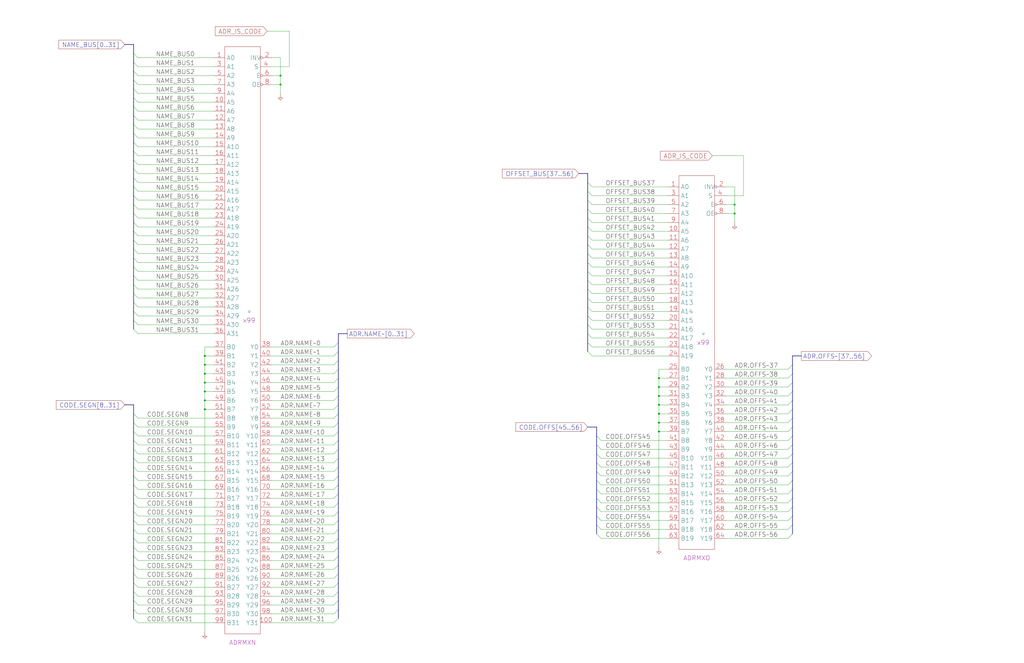
<source format=kicad_sch>
(kicad_sch (version 20220404) (generator eeschema)
  (paper "User" 584.2 378.46)
  (title_block (title "MEMORY ADDRESS MUX") (date "22-MAY-90") (rev "1.0") (comment 1 "SEQUENCER") (comment 2 "232-003064") (comment 3 "S400") (comment 4 "RELEASED"))
  (lib_symbols
    (symbol "r1000:PD" (power) (pin_numbers hide) (pin_names hide) (in_bom no)
      (symbol "PD_0_1"
        (polyline (pts (xy 0 -2.54) (xy 1.27 -2.54) (xy 0 -3.81) (xy -1.27 -2.54) (xy 0 -2.54)) (stroke (width 0.1524)))
      )
      (symbol "PD_1_1"
        (pin power_in line (at 0 0 270) (length 2.54) (name "PD") (number "1"))
      )
    )
    (symbol "r1000:XMUX20" (pin_names (offset 1.016))
      (property "Reference" "U" (at 2.54 5.08 0))
      (property "Value" "XMUX20" (at -6.35 -116.84 0))
      (property "Location" "___" (at -1.27 0 0))
      (property "Name" "______" (at -1.27 -124.46 0))
      (symbol "XMUX20_1_1"
        (rectangle (start -11.43 95.25) (end 8.89 -118.11))
        (circle (center 9.525 73.66) (radius 0.635))
        (circle (center 9.525 78.74) (radius 0.635))
        (circle (center 9.525 88.9) (radius 0.635))
        (pin input line (at -17.78 88.9 0) (length 6.35) (name "A0") (number "1"))
        (pin input line (at -17.78 63.5 0) (length 6.35) (name "A5") (number "10"))
        (pin input line (at -17.78 58.42 0) (length 6.35) (name "A6") (number "11"))
        (pin input line (at -17.78 53.34 0) (length 6.35) (name "A7") (number "12"))
        (pin input line (at -17.78 48.26 0) (length 6.35) (name "A8") (number "13"))
        (pin input line (at -17.78 43.18 0) (length 6.35) (name "A9") (number "14"))
        (pin input line (at -17.78 38.1 0) (length 6.35) (name "A10") (number "15"))
        (pin input line (at -17.78 33.02 0) (length 6.35) (name "A11") (number "16"))
        (pin input line (at -17.78 27.94 0) (length 6.35) (name "A12") (number "17"))
        (pin input line (at -17.78 22.86 0) (length 6.35) (name "A13") (number "18"))
        (pin input line (at -17.78 17.78 0) (length 6.35) (name "A14") (number "19"))
        (pin input line (at 15.24 88.9 180) (length 5.08) (name "INV") (number "2"))
        (pin input line (at -17.78 12.7 0) (length 6.35) (name "A15") (number "20"))
        (pin input line (at -17.78 7.62 0) (length 6.35) (name "A16") (number "21"))
        (pin input line (at -17.78 2.54 0) (length 6.35) (name "A17") (number "22"))
        (pin input line (at -17.78 -2.54 0) (length 6.35) (name "A18") (number "23"))
        (pin input line (at -17.78 -7.62 0) (length 6.35) (name "A19") (number "24"))
        (pin input line (at -17.78 -15.24 0) (length 6.35) (name "B0") (number "25"))
        (pin tri_state line (at 15.24 -15.24 180) (length 6.35) (name "Y0") (number "26"))
        (pin input line (at -17.78 -20.32 0) (length 6.35) (name "B1") (number "27"))
        (pin tri_state line (at 15.24 -20.32 180) (length 6.35) (name "Y1") (number "28"))
        (pin input line (at -17.78 -25.4 0) (length 6.35) (name "B2") (number "29"))
        (pin input line (at -17.78 83.82 0) (length 6.35) (name "A1") (number "3"))
        (pin tri_state line (at 15.24 -25.4 180) (length 6.35) (name "Y2") (number "30"))
        (pin input line (at -17.78 -30.48 0) (length 6.35) (name "B3") (number "31"))
        (pin tri_state line (at 15.24 -30.48 180) (length 6.35) (name "Y3") (number "32"))
        (pin input line (at -17.78 -35.56 0) (length 6.35) (name "B4") (number "33"))
        (pin tri_state line (at 15.24 -35.56 180) (length 6.35) (name "Y4") (number "34"))
        (pin input line (at -17.78 -40.64 0) (length 6.35) (name "B5") (number "35"))
        (pin tri_state line (at 15.24 -40.64 180) (length 6.35) (name "Y5") (number "36"))
        (pin input line (at -17.78 -45.72 0) (length 6.35) (name "B6") (number "37"))
        (pin tri_state line (at 15.24 -45.72 180) (length 6.35) (name "Y6") (number "38"))
        (pin input line (at -17.78 -50.8 0) (length 6.35) (name "B7") (number "39"))
        (pin input line (at 15.24 83.82 180) (length 6.35) (name "S") (number "4"))
        (pin tri_state line (at 15.24 -50.8 180) (length 6.35) (name "Y7") (number "40"))
        (pin input line (at -17.78 -55.88 0) (length 6.35) (name "B8") (number "41"))
        (pin tri_state line (at 15.24 -55.88 180) (length 6.35) (name "Y8") (number "42"))
        (pin input line (at -17.78 -60.96 0) (length 6.35) (name "B9") (number "43"))
        (pin tri_state line (at 15.24 -60.96 180) (length 6.35) (name "Y9") (number "44"))
        (pin input line (at -17.78 -66.04 0) (length 6.35) (name "B10") (number "45"))
        (pin tri_state line (at 15.24 -66.04 180) (length 6.35) (name "Y10") (number "46"))
        (pin input line (at -17.78 -71.12 0) (length 6.35) (name "B11") (number "47"))
        (pin tri_state line (at 15.24 -71.12 180) (length 6.35) (name "Y11") (number "48"))
        (pin input line (at -17.78 -76.2 0) (length 6.35) (name "B12") (number "49"))
        (pin input line (at -17.78 78.74 0) (length 6.35) (name "A2") (number "5"))
        (pin tri_state line (at 15.24 -76.2 180) (length 6.35) (name "Y12") (number "50"))
        (pin input line (at -17.78 -81.28 0) (length 6.35) (name "B13") (number "51"))
        (pin tri_state line (at 15.24 -81.28 180) (length 6.35) (name "Y13") (number "52"))
        (pin input line (at -17.78 -86.36 0) (length 6.35) (name "B14") (number "53"))
        (pin tri_state line (at 15.24 -86.36 180) (length 6.35) (name "Y14") (number "54"))
        (pin input line (at -17.78 -91.44 0) (length 6.35) (name "B15") (number "55"))
        (pin tri_state line (at 15.24 -91.44 180) (length 6.35) (name "Y15") (number "56"))
        (pin input line (at -17.78 -96.52 0) (length 6.35) (name "B16") (number "57"))
        (pin tri_state line (at 15.24 -96.52 180) (length 6.35) (name "Y16") (number "58"))
        (pin input line (at -17.78 -101.6 0) (length 6.35) (name "B17") (number "59"))
        (pin input line (at 15.24 78.74 180) (length 5.08) (name "E") (number "6"))
        (pin tri_state line (at 15.24 -101.6 180) (length 6.35) (name "Y17") (number "60"))
        (pin input line (at -17.78 -106.68 0) (length 6.35) (name "B18") (number "61"))
        (pin tri_state line (at 15.24 -106.68 180) (length 6.35) (name "Y18") (number "62"))
        (pin input line (at -17.78 -111.76 0) (length 6.35) (name "B19") (number "63"))
        (pin tri_state line (at 15.24 -111.76 180) (length 6.35) (name "Y19") (number "64"))
        (pin input line (at -17.78 73.66 0) (length 6.35) (name "A3") (number "7"))
        (pin input line (at 15.24 73.66 180) (length 5.08) (name "OE") (number "8"))
        (pin input line (at -17.78 68.58 0) (length 6.35) (name "A4") (number "9"))
      )
    )
    (symbol "r1000:XMUX32" (pin_names (offset 1.016))
      (property "Reference" "U" (at 2.54 5.08 0))
      (property "Value" "XMUX32" (at -6.35 -177.8 0))
      (property "Location" "___" (at -1.27 0 0))
      (property "Name" "______" (at -1.27 -185.42 0))
      (symbol "XMUX32_1_1"
        (rectangle (start -11.43 156.21) (end 8.89 -179.07))
        (circle (center 9.525 134.62) (radius 0.635))
        (circle (center 9.525 139.7) (radius 0.635))
        (circle (center 9.525 149.86) (radius 0.635))
        (pin input line (at -17.78 149.86 0) (length 6.35) (name "A0") (number "1"))
        (pin input line (at -17.78 124.46 0) (length 6.35) (name "A5") (number "10"))
        (pin tri_state line (at 15.24 -172.72 180) (length 6.35) (name "Y31") (number "100"))
        (pin input line (at -17.78 119.38 0) (length 6.35) (name "A6") (number "11"))
        (pin input line (at -17.78 114.3 0) (length 6.35) (name "A7") (number "12"))
        (pin input line (at -17.78 109.22 0) (length 6.35) (name "A8") (number "13"))
        (pin input line (at -17.78 104.14 0) (length 6.35) (name "A9") (number "14"))
        (pin input line (at -17.78 99.06 0) (length 6.35) (name "A10") (number "15"))
        (pin input line (at -17.78 93.98 0) (length 6.35) (name "A11") (number "16"))
        (pin input line (at -17.78 88.9 0) (length 6.35) (name "A12") (number "17"))
        (pin input line (at -17.78 83.82 0) (length 6.35) (name "A13") (number "18"))
        (pin input line (at -17.78 78.74 0) (length 6.35) (name "A14") (number "19"))
        (pin input line (at 15.24 149.86 180) (length 5.08) (name "INV") (number "2"))
        (pin input line (at -17.78 73.66 0) (length 6.35) (name "A15") (number "20"))
        (pin input line (at -17.78 68.58 0) (length 6.35) (name "A16") (number "21"))
        (pin input line (at -17.78 63.5 0) (length 6.35) (name "A17") (number "22"))
        (pin input line (at -17.78 58.42 0) (length 6.35) (name "A18") (number "23"))
        (pin input line (at -17.78 53.34 0) (length 6.35) (name "A19") (number "24"))
        (pin input line (at -17.78 48.26 0) (length 6.35) (name "A20") (number "25"))
        (pin input line (at -17.78 43.18 0) (length 6.35) (name "A21") (number "26"))
        (pin input line (at -17.78 38.1 0) (length 6.35) (name "A22") (number "27"))
        (pin input line (at -17.78 33.02 0) (length 6.35) (name "A23") (number "28"))
        (pin input line (at -17.78 27.94 0) (length 6.35) (name "A24") (number "29"))
        (pin input line (at -17.78 144.78 0) (length 6.35) (name "A1") (number "3"))
        (pin input line (at -17.78 22.86 0) (length 6.35) (name "A25") (number "30"))
        (pin input line (at -17.78 17.78 0) (length 6.35) (name "A26") (number "31"))
        (pin input line (at -17.78 12.7 0) (length 6.35) (name "A27") (number "32"))
        (pin input line (at -17.78 7.62 0) (length 6.35) (name "A28") (number "33"))
        (pin input line (at -17.78 2.54 0) (length 6.35) (name "A29") (number "34"))
        (pin input line (at -17.78 -2.54 0) (length 6.35) (name "A30") (number "35"))
        (pin input line (at -17.78 -7.62 0) (length 6.35) (name "A31") (number "36"))
        (pin input line (at -17.78 -15.24 0) (length 6.35) (name "B0") (number "37"))
        (pin tri_state line (at 15.24 -15.24 180) (length 6.35) (name "Y0") (number "38"))
        (pin input line (at -17.78 -20.32 0) (length 6.35) (name "B1") (number "39"))
        (pin input line (at 15.24 144.78 180) (length 6.35) (name "S") (number "4"))
        (pin tri_state line (at 15.24 -20.32 180) (length 6.35) (name "Y1") (number "40"))
        (pin input line (at -17.78 -25.4 0) (length 6.35) (name "B2") (number "41"))
        (pin tri_state line (at 15.24 -25.4 180) (length 6.35) (name "Y2") (number "42"))
        (pin input line (at -17.78 -30.48 0) (length 6.35) (name "B3") (number "43"))
        (pin tri_state line (at 15.24 -30.48 180) (length 6.35) (name "Y3") (number "44"))
        (pin input line (at -17.78 -35.56 0) (length 6.35) (name "B4") (number "45"))
        (pin tri_state line (at 15.24 -35.56 180) (length 6.35) (name "Y4") (number "46"))
        (pin input line (at -17.78 -40.64 0) (length 6.35) (name "B5") (number "47"))
        (pin tri_state line (at 15.24 -40.64 180) (length 6.35) (name "Y5") (number "48"))
        (pin input line (at -17.78 -45.72 0) (length 6.35) (name "B6") (number "49"))
        (pin input line (at -17.78 139.7 0) (length 6.35) (name "A2") (number "5"))
        (pin tri_state line (at 15.24 -45.72 180) (length 6.35) (name "Y6") (number "50"))
        (pin input line (at -17.78 -50.8 0) (length 6.35) (name "B7") (number "51"))
        (pin tri_state line (at 15.24 -50.8 180) (length 6.35) (name "Y7") (number "52"))
        (pin input line (at -17.78 -55.88 0) (length 6.35) (name "B8") (number "53"))
        (pin tri_state line (at 15.24 -55.88 180) (length 6.35) (name "Y8") (number "54"))
        (pin input line (at -17.78 -60.96 0) (length 6.35) (name "B9") (number "55"))
        (pin tri_state line (at 15.24 -60.96 180) (length 6.35) (name "Y9") (number "56"))
        (pin input line (at -17.78 -66.04 0) (length 6.35) (name "B10") (number "57"))
        (pin tri_state line (at 15.24 -66.04 180) (length 6.35) (name "Y10") (number "58"))
        (pin input line (at -17.78 -71.12 0) (length 6.35) (name "B11") (number "59"))
        (pin input line (at 15.24 139.7 180) (length 5.08) (name "E") (number "6"))
        (pin tri_state line (at 15.24 -71.12 180) (length 6.35) (name "Y11") (number "60"))
        (pin input line (at -17.78 -76.2 0) (length 6.35) (name "B12") (number "61"))
        (pin tri_state line (at 15.24 -76.2 180) (length 6.35) (name "Y12") (number "62"))
        (pin input line (at -17.78 -81.28 0) (length 6.35) (name "B13") (number "63"))
        (pin tri_state line (at 15.24 -81.28 180) (length 6.35) (name "Y13") (number "64"))
        (pin input line (at -17.78 -86.36 0) (length 6.35) (name "B14") (number "65"))
        (pin tri_state line (at 15.24 -86.36 180) (length 6.35) (name "Y14") (number "66"))
        (pin input line (at -17.78 -91.44 0) (length 6.35) (name "B15") (number "67"))
        (pin tri_state line (at 15.24 -91.44 180) (length 6.35) (name "Y15") (number "68"))
        (pin input line (at -17.78 -96.52 0) (length 6.35) (name "B16") (number "69"))
        (pin input line (at -17.78 134.62 0) (length 6.35) (name "A3") (number "7"))
        (pin tri_state line (at 15.24 -96.52 180) (length 6.35) (name "Y16") (number "70"))
        (pin input line (at -17.78 -101.6 0) (length 6.35) (name "B17") (number "71"))
        (pin tri_state line (at 15.24 -101.6 180) (length 6.35) (name "Y17") (number "72"))
        (pin input line (at -17.78 -106.68 0) (length 6.35) (name "B18") (number "73"))
        (pin tri_state line (at 15.24 -106.68 180) (length 6.35) (name "Y18") (number "74"))
        (pin input line (at -17.78 -111.76 0) (length 6.35) (name "B19") (number "75"))
        (pin tri_state line (at 15.24 -111.76 180) (length 6.35) (name "Y19") (number "76"))
        (pin input line (at -17.78 -116.84 0) (length 6.35) (name "B20") (number "77"))
        (pin tri_state line (at 15.24 -116.84 180) (length 6.35) (name "Y20") (number "78"))
        (pin input line (at -17.78 -121.92 0) (length 6.35) (name "B21") (number "79"))
        (pin input line (at 15.24 134.62 180) (length 5.08) (name "OE") (number "8"))
        (pin tri_state line (at 15.24 -121.92 180) (length 6.35) (name "Y21") (number "80"))
        (pin input line (at -17.78 -127 0) (length 6.35) (name "B22") (number "81"))
        (pin tri_state line (at 15.24 -127 180) (length 6.35) (name "Y22") (number "82"))
        (pin input line (at -17.78 -132.08 0) (length 6.35) (name "B23") (number "83"))
        (pin tri_state line (at 15.24 -132.08 180) (length 6.35) (name "Y23") (number "84"))
        (pin input line (at -17.78 -137.16 0) (length 6.35) (name "B24") (number "85"))
        (pin tri_state line (at 15.24 -137.16 180) (length 6.35) (name "Y24") (number "86"))
        (pin input line (at -17.78 -142.24 0) (length 6.35) (name "B25") (number "87"))
        (pin tri_state line (at 15.24 -142.24 180) (length 6.35) (name "Y25") (number "88"))
        (pin input line (at -17.78 -147.32 0) (length 6.35) (name "B26") (number "89"))
        (pin input line (at -17.78 129.54 0) (length 6.35) (name "A4") (number "9"))
        (pin tri_state line (at 15.24 -147.32 180) (length 6.35) (name "Y26") (number "90"))
        (pin input line (at -17.78 -152.4 0) (length 6.35) (name "B27") (number "91"))
        (pin tri_state line (at 15.24 -152.4 180) (length 6.35) (name "Y27") (number "92"))
        (pin input line (at -17.78 -157.48 0) (length 6.35) (name "B28") (number "93"))
        (pin tri_state line (at 15.24 -157.48 180) (length 6.35) (name "Y28") (number "94"))
        (pin input line (at -17.78 -162.56 0) (length 6.35) (name "B29") (number "95"))
        (pin tri_state line (at 15.24 -162.56 180) (length 6.35) (name "Y29") (number "96"))
        (pin input line (at -17.78 -167.64 0) (length 6.35) (name "B30") (number "97"))
        (pin tri_state line (at 15.24 -167.64 180) (length 6.35) (name "Y30") (number "98"))
        (pin input line (at -17.78 -172.72 0) (length 6.35) (name "B31") (number "99"))
      )
    )
  )
  (junction (at 116.84 203.2))
  (junction (at 160.02 48.26))
  (junction (at 116.84 213.36))
  (junction (at 375.92 215.9))
  (junction (at 116.84 228.6))
  (junction (at 419.1 116.84))
  (junction (at 116.84 223.52))
  (junction (at 375.92 231.14))
  (junction (at 375.92 226.06))
  (junction (at 116.84 233.68))
  (junction (at 375.92 241.3))
  (junction (at 419.1 121.92))
  (junction (at 375.92 220.98))
  (junction (at 160.02 43.18))
  (junction (at 375.92 246.38))
  (junction (at 116.84 208.28))
  (junction (at 375.92 236.22))
  (junction (at 116.84 218.44))
  (bus_entry (at 335.28 104.14) (size 2.54 2.54))
  (bus_entry (at 452.12 284.48) (size -2.54 2.54))
  (bus_entry (at 76.2 317.5) (size 2.54 2.54))
  (bus_entry (at 76.2 30.48) (size 2.54 2.54))
  (bus_entry (at 193.04 261.62) (size -2.54 2.54))
  (bus_entry (at 340.36 274.32) (size 2.54 2.54))
  (bus_entry (at 335.28 129.54) (size 2.54 2.54))
  (bus_entry (at 76.2 182.88) (size 2.54 2.54))
  (bus_entry (at 76.2 287.02) (size 2.54 2.54))
  (bus_entry (at 335.28 190.5) (size 2.54 2.54))
  (bus_entry (at 76.2 246.38) (size 2.54 2.54))
  (bus_entry (at 76.2 337.82) (size 2.54 2.54))
  (bus_entry (at 76.2 312.42) (size 2.54 2.54))
  (bus_entry (at 340.36 284.48) (size 2.54 2.54))
  (bus_entry (at 76.2 132.08) (size 2.54 2.54))
  (bus_entry (at 193.04 276.86) (size -2.54 2.54))
  (bus_entry (at 76.2 347.98) (size 2.54 2.54))
  (bus_entry (at 452.12 279.4) (size -2.54 2.54))
  (bus_entry (at 340.36 259.08) (size 2.54 2.54))
  (bus_entry (at 193.04 215.9) (size -2.54 2.54))
  (bus_entry (at 340.36 248.92) (size 2.54 2.54))
  (bus_entry (at 76.2 276.86) (size 2.54 2.54))
  (bus_entry (at 452.12 213.36) (size -2.54 2.54))
  (bus_entry (at 452.12 299.72) (size -2.54 2.54))
  (bus_entry (at 193.04 317.5) (size -2.54 2.54))
  (bus_entry (at 193.04 210.82) (size -2.54 2.54))
  (bus_entry (at 193.04 342.9) (size -2.54 2.54))
  (bus_entry (at 452.12 208.28) (size -2.54 2.54))
  (bus_entry (at 76.2 172.72) (size 2.54 2.54))
  (bus_entry (at 335.28 160.02) (size 2.54 2.54))
  (bus_entry (at 76.2 177.8) (size 2.54 2.54))
  (bus_entry (at 193.04 266.7) (size -2.54 2.54))
  (bus_entry (at 193.04 251.46) (size -2.54 2.54))
  (bus_entry (at 452.12 223.52) (size -2.54 2.54))
  (bus_entry (at 335.28 139.7) (size 2.54 2.54))
  (bus_entry (at 335.28 144.78) (size 2.54 2.54))
  (bus_entry (at 76.2 327.66) (size 2.54 2.54))
  (bus_entry (at 335.28 200.66) (size 2.54 2.54))
  (bus_entry (at 193.04 307.34) (size -2.54 2.54))
  (bus_entry (at 76.2 71.12) (size 2.54 2.54))
  (bus_entry (at 193.04 332.74) (size -2.54 2.54))
  (bus_entry (at 193.04 302.26) (size -2.54 2.54))
  (bus_entry (at 452.12 294.64) (size -2.54 2.54))
  (bus_entry (at 193.04 347.98) (size -2.54 2.54))
  (bus_entry (at 76.2 81.28) (size 2.54 2.54))
  (bus_entry (at 76.2 297.18) (size 2.54 2.54))
  (bus_entry (at 76.2 121.92) (size 2.54 2.54))
  (bus_entry (at 452.12 259.08) (size -2.54 2.54))
  (bus_entry (at 193.04 200.66) (size -2.54 2.54))
  (bus_entry (at 76.2 251.46) (size 2.54 2.54))
  (bus_entry (at 76.2 66.04) (size 2.54 2.54))
  (bus_entry (at 193.04 271.78) (size -2.54 2.54))
  (bus_entry (at 335.28 165.1) (size 2.54 2.54))
  (bus_entry (at 452.12 254) (size -2.54 2.54))
  (bus_entry (at 76.2 55.88) (size 2.54 2.54))
  (bus_entry (at 76.2 76.2) (size 2.54 2.54))
  (bus_entry (at 452.12 264.16) (size -2.54 2.54))
  (bus_entry (at 76.2 116.84) (size 2.54 2.54))
  (bus_entry (at 76.2 91.44) (size 2.54 2.54))
  (bus_entry (at 452.12 218.44) (size -2.54 2.54))
  (bus_entry (at 76.2 127) (size 2.54 2.54))
  (bus_entry (at 76.2 96.52) (size 2.54 2.54))
  (bus_entry (at 76.2 40.64) (size 2.54 2.54))
  (bus_entry (at 76.2 256.54) (size 2.54 2.54))
  (bus_entry (at 76.2 187.96) (size 2.54 2.54))
  (bus_entry (at 340.36 269.24) (size 2.54 2.54))
  (bus_entry (at 340.36 254) (size 2.54 2.54))
  (bus_entry (at 335.28 154.94) (size 2.54 2.54))
  (bus_entry (at 76.2 152.4) (size 2.54 2.54))
  (bus_entry (at 193.04 337.82) (size -2.54 2.54))
  (bus_entry (at 76.2 137.16) (size 2.54 2.54))
  (bus_entry (at 452.12 243.84) (size -2.54 2.54))
  (bus_entry (at 193.04 236.22) (size -2.54 2.54))
  (bus_entry (at 76.2 147.32) (size 2.54 2.54))
  (bus_entry (at 452.12 248.92) (size -2.54 2.54))
  (bus_entry (at 193.04 246.38) (size -2.54 2.54))
  (bus_entry (at 76.2 162.56) (size 2.54 2.54))
  (bus_entry (at 340.36 304.8) (size 2.54 2.54))
  (bus_entry (at 452.12 228.6) (size -2.54 2.54))
  (bus_entry (at 335.28 170.18) (size 2.54 2.54))
  (bus_entry (at 76.2 266.7) (size 2.54 2.54))
  (bus_entry (at 452.12 269.24) (size -2.54 2.54))
  (bus_entry (at 76.2 111.76) (size 2.54 2.54))
  (bus_entry (at 76.2 167.64) (size 2.54 2.54))
  (bus_entry (at 76.2 45.72) (size 2.54 2.54))
  (bus_entry (at 193.04 231.14) (size -2.54 2.54))
  (bus_entry (at 193.04 241.3) (size -2.54 2.54))
  (bus_entry (at 76.2 236.22) (size 2.54 2.54))
  (bus_entry (at 335.28 185.42) (size 2.54 2.54))
  (bus_entry (at 452.12 238.76) (size -2.54 2.54))
  (bus_entry (at 193.04 287.02) (size -2.54 2.54))
  (bus_entry (at 76.2 302.26) (size 2.54 2.54))
  (bus_entry (at 335.28 180.34) (size 2.54 2.54))
  (bus_entry (at 76.2 86.36) (size 2.54 2.54))
  (bus_entry (at 340.36 279.4) (size 2.54 2.54))
  (bus_entry (at 340.36 294.64) (size 2.54 2.54))
  (bus_entry (at 76.2 322.58) (size 2.54 2.54))
  (bus_entry (at 452.12 304.8) (size -2.54 2.54))
  (bus_entry (at 76.2 261.62) (size 2.54 2.54))
  (bus_entry (at 340.36 299.72) (size 2.54 2.54))
  (bus_entry (at 452.12 233.68) (size -2.54 2.54))
  (bus_entry (at 335.28 195.58) (size 2.54 2.54))
  (bus_entry (at 193.04 226.06) (size -2.54 2.54))
  (bus_entry (at 76.2 106.68) (size 2.54 2.54))
  (bus_entry (at 193.04 205.74) (size -2.54 2.54))
  (bus_entry (at 76.2 60.96) (size 2.54 2.54))
  (bus_entry (at 76.2 271.78) (size 2.54 2.54))
  (bus_entry (at 76.2 281.94) (size 2.54 2.54))
  (bus_entry (at 76.2 342.9) (size 2.54 2.54))
  (bus_entry (at 76.2 307.34) (size 2.54 2.54))
  (bus_entry (at 76.2 241.3) (size 2.54 2.54))
  (bus_entry (at 335.28 114.3) (size 2.54 2.54))
  (bus_entry (at 335.28 119.38) (size 2.54 2.54))
  (bus_entry (at 340.36 264.16) (size 2.54 2.54))
  (bus_entry (at 193.04 220.98) (size -2.54 2.54))
  (bus_entry (at 452.12 289.56) (size -2.54 2.54))
  (bus_entry (at 193.04 353.06) (size -2.54 2.54))
  (bus_entry (at 76.2 157.48) (size 2.54 2.54))
  (bus_entry (at 193.04 195.58) (size -2.54 2.54))
  (bus_entry (at 335.28 134.62) (size 2.54 2.54))
  (bus_entry (at 452.12 274.32) (size -2.54 2.54))
  (bus_entry (at 335.28 175.26) (size 2.54 2.54))
  (bus_entry (at 76.2 35.56) (size 2.54 2.54))
  (bus_entry (at 76.2 142.24) (size 2.54 2.54))
  (bus_entry (at 76.2 50.8) (size 2.54 2.54))
  (bus_entry (at 193.04 312.42) (size -2.54 2.54))
  (bus_entry (at 76.2 292.1) (size 2.54 2.54))
  (bus_entry (at 335.28 109.22) (size 2.54 2.54))
  (bus_entry (at 335.28 149.86) (size 2.54 2.54))
  (bus_entry (at 76.2 332.74) (size 2.54 2.54))
  (bus_entry (at 193.04 292.1) (size -2.54 2.54))
  (bus_entry (at 76.2 353.06) (size 2.54 2.54))
  (bus_entry (at 340.36 289.56) (size 2.54 2.54))
  (bus_entry (at 193.04 281.94) (size -2.54 2.54))
  (bus_entry (at 193.04 327.66) (size -2.54 2.54))
  (bus_entry (at 335.28 124.46) (size 2.54 2.54))
  (bus_entry (at 193.04 256.54) (size -2.54 2.54))
  (bus_entry (at 193.04 297.18) (size -2.54 2.54))
  (bus_entry (at 76.2 101.6) (size 2.54 2.54))
  (bus_entry (at 193.04 322.58) (size -2.54 2.54))
  (wire (pts (xy 342.9 251.46) (xy 381 251.46)))
  (wire (pts (xy 154.94 243.84) (xy 190.5 243.84)))
  (bus (pts (xy 335.28 139.7) (xy 335.28 144.78)))
  (wire (pts (xy 337.82 147.32) (xy 381 147.32)))
  (wire (pts (xy 116.84 213.36) (xy 116.84 218.44)))
  (wire (pts (xy 154.94 320.04) (xy 190.5 320.04)))
  (bus (pts (xy 335.28 180.34) (xy 335.28 185.42)))
  (bus (pts (xy 335.28 114.3) (xy 335.28 119.38)))
  (bus (pts (xy 452.12 279.4) (xy 452.12 284.48)))
  (bus (pts (xy 193.04 205.74) (xy 193.04 210.82)))
  (bus (pts (xy 76.2 106.68) (xy 76.2 111.76)))
  (wire (pts (xy 78.74 63.5) (xy 121.92 63.5)))
  (wire (pts (xy 414.02 302.26) (xy 449.58 302.26)))
  (bus (pts (xy 457.2 203.2) (xy 452.12 203.2)))
  (wire (pts (xy 414.02 220.98) (xy 449.58 220.98)))
  (wire (pts (xy 78.74 43.18) (xy 121.92 43.18)))
  (bus (pts (xy 76.2 246.38) (xy 76.2 251.46)))
  (wire (pts (xy 78.74 124.46) (xy 121.92 124.46)))
  (bus (pts (xy 76.2 236.22) (xy 76.2 241.3)))
  (wire (pts (xy 116.84 223.52) (xy 116.84 228.6)))
  (wire (pts (xy 78.74 134.62) (xy 121.92 134.62)))
  (bus (pts (xy 335.28 175.26) (xy 335.28 180.34)))
  (bus (pts (xy 76.2 96.52) (xy 76.2 101.6)))
  (bus (pts (xy 452.12 269.24) (xy 452.12 274.32)))
  (wire (pts (xy 78.74 83.82) (xy 121.92 83.82)))
  (bus (pts (xy 340.36 294.64) (xy 340.36 299.72)))
  (wire (pts (xy 414.02 246.38) (xy 449.58 246.38)))
  (bus (pts (xy 76.2 276.86) (xy 76.2 281.94)))
  (bus (pts (xy 193.04 190.5) (xy 193.04 195.58)))
  (bus (pts (xy 76.2 332.74) (xy 76.2 337.82)))
  (bus (pts (xy 76.2 127) (xy 76.2 132.08)))
  (wire (pts (xy 375.92 215.9) (xy 381 215.9)))
  (wire (pts (xy 116.84 203.2) (xy 121.92 203.2)))
  (bus (pts (xy 193.04 226.06) (xy 193.04 231.14)))
  (wire (pts (xy 154.94 218.44) (xy 190.5 218.44)))
  (wire (pts (xy 78.74 180.34) (xy 121.92 180.34)))
  (wire (pts (xy 414.02 215.9) (xy 449.58 215.9)))
  (bus (pts (xy 76.2 157.48) (xy 76.2 162.56)))
  (bus (pts (xy 452.12 284.48) (xy 452.12 289.56)))
  (wire (pts (xy 78.74 243.84) (xy 121.92 243.84)))
  (bus (pts (xy 76.2 241.3) (xy 76.2 246.38)))
  (bus (pts (xy 335.28 185.42) (xy 335.28 190.5)))
  (wire (pts (xy 337.82 157.48) (xy 381 157.48)))
  (bus (pts (xy 452.12 243.84) (xy 452.12 248.92)))
  (wire (pts (xy 414.02 287.02) (xy 449.58 287.02)))
  (bus (pts (xy 335.28 119.38) (xy 335.28 124.46)))
  (bus (pts (xy 193.04 332.74) (xy 193.04 337.82)))
  (wire (pts (xy 78.74 325.12) (xy 121.92 325.12)))
  (bus (pts (xy 193.04 246.38) (xy 193.04 251.46)))
  (bus (pts (xy 452.12 218.44) (xy 452.12 223.52)))
  (wire (pts (xy 419.1 116.84) (xy 419.1 121.92)))
  (wire (pts (xy 78.74 254) (xy 121.92 254)))
  (wire (pts (xy 419.1 121.92) (xy 414.02 121.92)))
  (wire (pts (xy 414.02 241.3) (xy 449.58 241.3)))
  (bus (pts (xy 76.2 50.8) (xy 76.2 55.88)))
  (wire (pts (xy 78.74 355.6) (xy 121.92 355.6)))
  (bus (pts (xy 193.04 236.22) (xy 193.04 241.3)))
  (wire (pts (xy 154.94 314.96) (xy 190.5 314.96)))
  (bus (pts (xy 193.04 327.66) (xy 193.04 332.74)))
  (wire (pts (xy 375.92 220.98) (xy 381 220.98)))
  (wire (pts (xy 78.74 68.58) (xy 121.92 68.58)))
  (bus (pts (xy 452.12 238.76) (xy 452.12 243.84)))
  (bus (pts (xy 452.12 299.72) (xy 452.12 304.8)))
  (bus (pts (xy 335.28 144.78) (xy 335.28 149.86)))
  (bus (pts (xy 76.2 251.46) (xy 76.2 256.54)))
  (wire (pts (xy 414.02 297.18) (xy 449.58 297.18)))
  (wire (pts (xy 414.02 231.14) (xy 449.58 231.14)))
  (bus (pts (xy 76.2 256.54) (xy 76.2 261.62)))
  (wire (pts (xy 116.84 208.28) (xy 116.84 213.36)))
  (bus (pts (xy 193.04 276.86) (xy 193.04 281.94)))
  (bus (pts (xy 335.28 190.5) (xy 335.28 195.58)))
  (wire (pts (xy 419.1 106.68) (xy 419.1 116.84)))
  (bus (pts (xy 335.28 129.54) (xy 335.28 134.62)))
  (wire (pts (xy 78.74 53.34) (xy 121.92 53.34)))
  (bus (pts (xy 340.36 254) (xy 340.36 259.08)))
  (wire (pts (xy 414.02 271.78) (xy 449.58 271.78)))
  (wire (pts (xy 78.74 304.8) (xy 121.92 304.8)))
  (wire (pts (xy 116.84 198.12) (xy 116.84 203.2)))
  (bus (pts (xy 76.2 116.84) (xy 76.2 121.92)))
  (bus (pts (xy 71.12 25.4) (xy 76.2 25.4)))
  (bus (pts (xy 193.04 307.34) (xy 193.04 312.42)))
  (wire (pts (xy 154.94 213.36) (xy 190.5 213.36)))
  (wire (pts (xy 78.74 154.94) (xy 121.92 154.94)))
  (wire (pts (xy 78.74 48.26) (xy 121.92 48.26)))
  (bus (pts (xy 193.04 241.3) (xy 193.04 246.38)))
  (wire (pts (xy 154.94 350.52) (xy 190.5 350.52)))
  (wire (pts (xy 78.74 109.22) (xy 121.92 109.22)))
  (bus (pts (xy 335.28 195.58) (xy 335.28 200.66)))
  (wire (pts (xy 337.82 193.04) (xy 381 193.04)))
  (wire (pts (xy 78.74 294.64) (xy 121.92 294.64)))
  (wire (pts (xy 154.94 33.02) (xy 160.02 33.02)))
  (wire (pts (xy 406.4 88.9) (xy 424.18 88.9)))
  (wire (pts (xy 337.82 106.68) (xy 381 106.68)))
  (wire (pts (xy 78.74 335.28) (xy 121.92 335.28)))
  (bus (pts (xy 76.2 312.42) (xy 76.2 317.5)))
  (bus (pts (xy 76.2 91.44) (xy 76.2 96.52)))
  (wire (pts (xy 375.92 241.3) (xy 381 241.3)))
  (bus (pts (xy 76.2 302.26) (xy 76.2 307.34)))
  (bus (pts (xy 335.28 99.06) (xy 335.28 104.14)))
  (wire (pts (xy 375.92 231.14) (xy 375.92 236.22)))
  (wire (pts (xy 78.74 289.56) (xy 121.92 289.56)))
  (wire (pts (xy 419.1 127) (xy 419.1 121.92)))
  (wire (pts (xy 154.94 294.64) (xy 190.5 294.64)))
  (wire (pts (xy 342.9 287.02) (xy 381 287.02)))
  (wire (pts (xy 154.94 340.36) (xy 190.5 340.36)))
  (wire (pts (xy 78.74 314.96) (xy 121.92 314.96)))
  (wire (pts (xy 116.84 218.44) (xy 121.92 218.44)))
  (wire (pts (xy 154.94 279.4) (xy 190.5 279.4)))
  (wire (pts (xy 154.94 43.18) (xy 160.02 43.18)))
  (wire (pts (xy 414.02 292.1) (xy 449.58 292.1)))
  (bus (pts (xy 193.04 312.42) (xy 193.04 317.5)))
  (wire (pts (xy 78.74 238.76) (xy 121.92 238.76)))
  (bus (pts (xy 193.04 251.46) (xy 193.04 256.54)))
  (bus (pts (xy 76.2 142.24) (xy 76.2 147.32)))
  (wire (pts (xy 337.82 167.64) (xy 381 167.64)))
  (wire (pts (xy 152.4 17.78) (xy 165.1 17.78)))
  (wire (pts (xy 337.82 177.8) (xy 381 177.8)))
  (wire (pts (xy 154.94 269.24) (xy 190.5 269.24)))
  (bus (pts (xy 193.04 317.5) (xy 193.04 322.58)))
  (bus (pts (xy 193.04 210.82) (xy 193.04 215.9)))
  (bus (pts (xy 193.04 337.82) (xy 193.04 342.9)))
  (bus (pts (xy 76.2 45.72) (xy 76.2 50.8)))
  (wire (pts (xy 116.84 233.68) (xy 116.84 360.68)))
  (wire (pts (xy 154.94 48.26) (xy 160.02 48.26)))
  (wire (pts (xy 154.94 289.56) (xy 190.5 289.56)))
  (bus (pts (xy 76.2 76.2) (xy 76.2 81.28)))
  (wire (pts (xy 337.82 198.12) (xy 381 198.12)))
  (bus (pts (xy 76.2 137.16) (xy 76.2 142.24)))
  (wire (pts (xy 78.74 114.3) (xy 121.92 114.3)))
  (bus (pts (xy 452.12 223.52) (xy 452.12 228.6)))
  (bus (pts (xy 193.04 287.02) (xy 193.04 292.1)))
  (wire (pts (xy 337.82 127) (xy 381 127)))
  (wire (pts (xy 154.94 325.12) (xy 190.5 325.12)))
  (bus (pts (xy 76.2 281.94) (xy 76.2 287.02)))
  (bus (pts (xy 76.2 297.18) (xy 76.2 302.26)))
  (bus (pts (xy 193.04 292.1) (xy 193.04 297.18)))
  (bus (pts (xy 76.2 71.12) (xy 76.2 76.2)))
  (bus (pts (xy 193.04 271.78) (xy 193.04 276.86)))
  (wire (pts (xy 78.74 165.1) (xy 121.92 165.1)))
  (bus (pts (xy 76.2 287.02) (xy 76.2 292.1)))
  (bus (pts (xy 452.12 289.56) (xy 452.12 294.64)))
  (bus (pts (xy 193.04 195.58) (xy 193.04 200.66)))
  (wire (pts (xy 160.02 33.02) (xy 160.02 43.18)))
  (wire (pts (xy 78.74 309.88) (xy 121.92 309.88)))
  (wire (pts (xy 342.9 281.94) (xy 381 281.94)))
  (bus (pts (xy 330.2 99.06) (xy 335.28 99.06)))
  (wire (pts (xy 375.92 241.3) (xy 375.92 246.38)))
  (bus (pts (xy 76.2 327.66) (xy 76.2 332.74)))
  (bus (pts (xy 76.2 60.96) (xy 76.2 66.04)))
  (wire (pts (xy 78.74 185.42) (xy 121.92 185.42)))
  (bus (pts (xy 76.2 152.4) (xy 76.2 157.48)))
  (wire (pts (xy 414.02 256.54) (xy 449.58 256.54)))
  (wire (pts (xy 160.02 43.18) (xy 160.02 48.26)))
  (bus (pts (xy 193.04 231.14) (xy 193.04 236.22)))
  (wire (pts (xy 78.74 320.04) (xy 121.92 320.04)))
  (bus (pts (xy 76.2 147.32) (xy 76.2 152.4)))
  (bus (pts (xy 193.04 347.98) (xy 193.04 353.06)))
  (wire (pts (xy 342.9 307.34) (xy 381 307.34)))
  (wire (pts (xy 375.92 236.22) (xy 375.92 241.3)))
  (wire (pts (xy 78.74 160.02) (xy 121.92 160.02)))
  (wire (pts (xy 78.74 33.02) (xy 121.92 33.02)))
  (wire (pts (xy 375.92 246.38) (xy 381 246.38)))
  (bus (pts (xy 335.28 124.46) (xy 335.28 129.54)))
  (wire (pts (xy 337.82 132.08) (xy 381 132.08)))
  (wire (pts (xy 414.02 251.46) (xy 449.58 251.46)))
  (wire (pts (xy 78.74 139.7) (xy 121.92 139.7)))
  (wire (pts (xy 414.02 261.62) (xy 449.58 261.62)))
  (bus (pts (xy 452.12 228.6) (xy 452.12 233.68)))
  (bus (pts (xy 340.36 289.56) (xy 340.36 294.64)))
  (wire (pts (xy 337.82 203.2) (xy 381 203.2)))
  (bus (pts (xy 452.12 254) (xy 452.12 259.08)))
  (wire (pts (xy 154.94 304.8) (xy 190.5 304.8)))
  (wire (pts (xy 165.1 38.1) (xy 154.94 38.1)))
  (wire (pts (xy 375.92 226.06) (xy 381 226.06)))
  (wire (pts (xy 154.94 264.16) (xy 190.5 264.16)))
  (wire (pts (xy 414.02 210.82) (xy 449.58 210.82)))
  (wire (pts (xy 154.94 198.12) (xy 190.5 198.12)))
  (bus (pts (xy 335.28 165.1) (xy 335.28 170.18)))
  (wire (pts (xy 78.74 350.52) (xy 121.92 350.52)))
  (bus (pts (xy 452.12 259.08) (xy 452.12 264.16)))
  (wire (pts (xy 78.74 248.92) (xy 121.92 248.92)))
  (bus (pts (xy 76.2 231.14) (xy 76.2 236.22)))
  (wire (pts (xy 78.74 190.5) (xy 121.92 190.5)))
  (wire (pts (xy 414.02 106.68) (xy 419.1 106.68)))
  (wire (pts (xy 78.74 149.86) (xy 121.92 149.86)))
  (bus (pts (xy 452.12 233.68) (xy 452.12 238.76)))
  (bus (pts (xy 340.36 243.84) (xy 340.36 248.92)))
  (wire (pts (xy 154.94 355.6) (xy 190.5 355.6)))
  (wire (pts (xy 78.74 78.74) (xy 121.92 78.74)))
  (bus (pts (xy 198.12 190.5) (xy 193.04 190.5)))
  (wire (pts (xy 78.74 73.66) (xy 121.92 73.66)))
  (wire (pts (xy 337.82 142.24) (xy 381 142.24)))
  (wire (pts (xy 78.74 129.54) (xy 121.92 129.54)))
  (wire (pts (xy 116.84 213.36) (xy 121.92 213.36)))
  (wire (pts (xy 78.74 119.38) (xy 121.92 119.38)))
  (bus (pts (xy 193.04 266.7) (xy 193.04 271.78)))
  (bus (pts (xy 335.28 154.94) (xy 335.28 160.02)))
  (wire (pts (xy 116.84 228.6) (xy 116.84 233.68)))
  (bus (pts (xy 76.2 111.76) (xy 76.2 116.84)))
  (wire (pts (xy 154.94 228.6) (xy 190.5 228.6)))
  (wire (pts (xy 375.92 215.9) (xy 375.92 220.98)))
  (wire (pts (xy 375.92 236.22) (xy 381 236.22)))
  (bus (pts (xy 193.04 215.9) (xy 193.04 220.98)))
  (wire (pts (xy 116.84 223.52) (xy 121.92 223.52)))
  (wire (pts (xy 424.18 111.76) (xy 414.02 111.76)))
  (bus (pts (xy 335.28 104.14) (xy 335.28 109.22)))
  (bus (pts (xy 340.36 264.16) (xy 340.36 269.24)))
  (wire (pts (xy 342.9 266.7) (xy 381 266.7)))
  (wire (pts (xy 337.82 162.56) (xy 381 162.56)))
  (bus (pts (xy 340.36 279.4) (xy 340.36 284.48)))
  (bus (pts (xy 76.2 30.48) (xy 76.2 35.56)))
  (bus (pts (xy 452.12 213.36) (xy 452.12 218.44)))
  (wire (pts (xy 154.94 223.52) (xy 190.5 223.52)))
  (wire (pts (xy 414.02 266.7) (xy 449.58 266.7)))
  (wire (pts (xy 78.74 104.14) (xy 121.92 104.14)))
  (wire (pts (xy 154.94 259.08) (xy 190.5 259.08)))
  (wire (pts (xy 154.94 284.48) (xy 190.5 284.48)))
  (bus (pts (xy 335.28 243.84) (xy 340.36 243.84)))
  (bus (pts (xy 76.2 322.58) (xy 76.2 327.66)))
  (wire (pts (xy 342.9 302.26) (xy 381 302.26)))
  (wire (pts (xy 154.94 238.76) (xy 190.5 238.76)))
  (wire (pts (xy 116.84 218.44) (xy 116.84 223.52)))
  (wire (pts (xy 78.74 88.9) (xy 121.92 88.9)))
  (bus (pts (xy 335.28 149.86) (xy 335.28 154.94)))
  (bus (pts (xy 335.28 160.02) (xy 335.28 165.1)))
  (wire (pts (xy 342.9 297.18) (xy 381 297.18)))
  (wire (pts (xy 337.82 116.84) (xy 381 116.84)))
  (wire (pts (xy 154.94 208.28) (xy 190.5 208.28)))
  (wire (pts (xy 78.74 345.44) (xy 121.92 345.44)))
  (bus (pts (xy 76.2 347.98) (xy 76.2 353.06)))
  (wire (pts (xy 154.94 254) (xy 190.5 254)))
  (wire (pts (xy 375.92 210.82) (xy 375.92 215.9)))
  (wire (pts (xy 78.74 279.4) (xy 121.92 279.4)))
  (bus (pts (xy 76.2 55.88) (xy 76.2 60.96)))
  (bus (pts (xy 335.28 170.18) (xy 335.28 175.26)))
  (wire (pts (xy 78.74 264.16) (xy 121.92 264.16)))
  (wire (pts (xy 78.74 274.32) (xy 121.92 274.32)))
  (bus (pts (xy 76.2 172.72) (xy 76.2 177.8)))
  (bus (pts (xy 76.2 342.9) (xy 76.2 347.98)))
  (wire (pts (xy 116.84 208.28) (xy 121.92 208.28)))
  (wire (pts (xy 337.82 111.76) (xy 381 111.76)))
  (wire (pts (xy 154.94 203.2) (xy 190.5 203.2)))
  (bus (pts (xy 76.2 86.36) (xy 76.2 91.44)))
  (wire (pts (xy 165.1 17.78) (xy 165.1 38.1)))
  (bus (pts (xy 76.2 162.56) (xy 76.2 167.64)))
  (bus (pts (xy 76.2 266.7) (xy 76.2 271.78)))
  (bus (pts (xy 76.2 40.64) (xy 76.2 45.72)))
  (wire (pts (xy 78.74 299.72) (xy 121.92 299.72)))
  (bus (pts (xy 193.04 342.9) (xy 193.04 347.98)))
  (wire (pts (xy 375.92 220.98) (xy 375.92 226.06)))
  (wire (pts (xy 337.82 187.96) (xy 381 187.96)))
  (bus (pts (xy 340.36 284.48) (xy 340.36 289.56)))
  (bus (pts (xy 193.04 297.18) (xy 193.04 302.26)))
  (wire (pts (xy 414.02 226.06) (xy 449.58 226.06)))
  (wire (pts (xy 78.74 170.18) (xy 121.92 170.18)))
  (wire (pts (xy 337.82 137.16) (xy 381 137.16)))
  (bus (pts (xy 452.12 294.64) (xy 452.12 299.72)))
  (bus (pts (xy 335.28 134.62) (xy 335.28 139.7)))
  (bus (pts (xy 76.2 307.34) (xy 76.2 312.42)))
  (wire (pts (xy 424.18 88.9) (xy 424.18 111.76)))
  (bus (pts (xy 193.04 200.66) (xy 193.04 205.74)))
  (wire (pts (xy 154.94 345.44) (xy 190.5 345.44)))
  (bus (pts (xy 76.2 337.82) (xy 76.2 342.9)))
  (wire (pts (xy 337.82 182.88) (xy 381 182.88)))
  (wire (pts (xy 154.94 335.28) (xy 190.5 335.28)))
  (wire (pts (xy 78.74 340.36) (xy 121.92 340.36)))
  (wire (pts (xy 337.82 172.72) (xy 381 172.72)))
  (bus (pts (xy 452.12 274.32) (xy 452.12 279.4)))
  (bus (pts (xy 193.04 261.62) (xy 193.04 266.7)))
  (wire (pts (xy 375.92 246.38) (xy 375.92 312.42)))
  (bus (pts (xy 76.2 101.6) (xy 76.2 106.68)))
  (wire (pts (xy 78.74 284.48) (xy 121.92 284.48)))
  (wire (pts (xy 78.74 175.26) (xy 121.92 175.26)))
  (bus (pts (xy 340.36 259.08) (xy 340.36 264.16)))
  (bus (pts (xy 193.04 322.58) (xy 193.04 327.66)))
  (wire (pts (xy 116.84 203.2) (xy 116.84 208.28)))
  (bus (pts (xy 193.04 281.94) (xy 193.04 287.02)))
  (wire (pts (xy 414.02 116.84) (xy 419.1 116.84)))
  (bus (pts (xy 452.12 248.92) (xy 452.12 254)))
  (wire (pts (xy 381 210.82) (xy 375.92 210.82)))
  (wire (pts (xy 342.9 292.1) (xy 381 292.1)))
  (wire (pts (xy 414.02 276.86) (xy 449.58 276.86)))
  (wire (pts (xy 78.74 58.42) (xy 121.92 58.42)))
  (wire (pts (xy 160.02 53.34) (xy 160.02 48.26)))
  (wire (pts (xy 414.02 307.34) (xy 449.58 307.34)))
  (wire (pts (xy 154.94 274.32) (xy 190.5 274.32)))
  (bus (pts (xy 452.12 203.2) (xy 452.12 208.28)))
  (wire (pts (xy 154.94 233.68) (xy 190.5 233.68)))
  (bus (pts (xy 193.04 302.26) (xy 193.04 307.34)))
  (bus (pts (xy 76.2 177.8) (xy 76.2 182.88)))
  (wire (pts (xy 78.74 269.24) (xy 121.92 269.24)))
  (wire (pts (xy 414.02 236.22) (xy 449.58 236.22)))
  (wire (pts (xy 154.94 330.2) (xy 190.5 330.2)))
  (wire (pts (xy 154.94 248.92) (xy 190.5 248.92)))
  (wire (pts (xy 375.92 231.14) (xy 381 231.14)))
  (wire (pts (xy 342.9 276.86) (xy 381 276.86)))
  (wire (pts (xy 337.82 121.92) (xy 381 121.92)))
  (bus (pts (xy 76.2 261.62) (xy 76.2 266.7)))
  (wire (pts (xy 154.94 309.88) (xy 190.5 309.88)))
  (bus (pts (xy 193.04 256.54) (xy 193.04 261.62)))
  (wire (pts (xy 78.74 330.2) (xy 121.92 330.2)))
  (wire (pts (xy 154.94 299.72) (xy 190.5 299.72)))
  (bus (pts (xy 76.2 132.08) (xy 76.2 137.16)))
  (bus (pts (xy 76.2 182.88) (xy 76.2 187.96)))
  (bus (pts (xy 76.2 35.56) (xy 76.2 40.64)))
  (bus (pts (xy 193.04 220.98) (xy 193.04 226.06)))
  (wire (pts (xy 78.74 93.98) (xy 121.92 93.98)))
  (wire (pts (xy 337.82 152.4) (xy 381 152.4)))
  (bus (pts (xy 340.36 299.72) (xy 340.36 304.8)))
  (wire (pts (xy 414.02 281.94) (xy 449.58 281.94)))
  (bus (pts (xy 340.36 274.32) (xy 340.36 279.4)))
  (wire (pts (xy 116.84 233.68) (xy 121.92 233.68)))
  (wire (pts (xy 78.74 259.08) (xy 121.92 259.08)))
  (bus (pts (xy 335.28 109.22) (xy 335.28 114.3)))
  (bus (pts (xy 452.12 208.28) (xy 452.12 213.36)))
  (bus (pts (xy 340.36 248.92) (xy 340.36 254)))
  (wire (pts (xy 116.84 228.6) (xy 121.92 228.6)))
  (bus (pts (xy 76.2 271.78) (xy 76.2 276.86)))
  (bus (pts (xy 76.2 66.04) (xy 76.2 71.12)))
  (bus (pts (xy 76.2 292.1) (xy 76.2 297.18)))
  (bus (pts (xy 340.36 269.24) (xy 340.36 274.32)))
  (wire (pts (xy 342.9 271.78) (xy 381 271.78)))
  (bus (pts (xy 452.12 264.16) (xy 452.12 269.24)))
  (bus (pts (xy 76.2 25.4) (xy 76.2 30.48)))
  (wire (pts (xy 121.92 198.12) (xy 116.84 198.12)))
  (wire (pts (xy 342.9 261.62) (xy 381 261.62)))
  (bus (pts (xy 71.12 231.14) (xy 76.2 231.14)))
  (bus (pts (xy 76.2 167.64) (xy 76.2 172.72)))
  (wire (pts (xy 78.74 38.1) (xy 121.92 38.1)))
  (bus (pts (xy 76.2 81.28) (xy 76.2 86.36)))
  (bus (pts (xy 76.2 317.5) (xy 76.2 322.58)))
  (wire (pts (xy 342.9 256.54) (xy 381 256.54)))
  (wire (pts (xy 375.92 226.06) (xy 375.92 231.14)))
  (wire (pts (xy 78.74 99.06) (xy 121.92 99.06)))
  (wire (pts (xy 78.74 144.78) (xy 121.92 144.78)))
  (bus (pts (xy 76.2 121.92) (xy 76.2 127)))
  (label "NAME_BUS8" (at 88.9 73.66 0) (effects (font (size 2.54 2.54))))
  (label "OFFSET_BUS53" (at 345.44 187.96 0) (effects (font (size 2.54 2.54))))
  (label "CODE.SEGN22" (at 83.82 309.88 0) (effects (font (size 2.54 2.54))))
  (label "ADR.NAME~29" (at 160.02 345.44 0) (effects (font (size 2.54 2.54))))
  (label "CODE.SEGN18" (at 83.82 289.56 0) (effects (font (size 2.54 2.54))))
  (label "ADR.NAME~6" (at 160.02 228.6 0) (effects (font (size 2.54 2.54))))
  (label "CODE.SEGN10" (at 83.82 248.92 0) (effects (font (size 2.54 2.54))))
  (label "ADR.OFFS~46" (at 419.1 256.54 0) (effects (font (size 2.54 2.54))))
  (label "CODE.SEGN26" (at 83.82 330.2 0) (effects (font (size 2.54 2.54))))
  (label "ADR.OFFS~41" (at 419.1 231.14 0) (effects (font (size 2.54 2.54))))
  (label "NAME_BUS19" (at 88.9 129.54 0) (effects (font (size 2.54 2.54))))
  (label "ADR.OFFS~50" (at 419.1 276.86 0) (effects (font (size 2.54 2.54))))
  (label "CODE.SEGN30" (at 83.82 350.52 0) (effects (font (size 2.54 2.54))))
  (label "ADR.OFFS~51" (at 419.1 281.94 0) (effects (font (size 2.54 2.54))))
  (label "CODE.OFFS49" (at 345.44 271.78 0) (effects (font (size 2.54 2.54))))
  (label "CODE.OFFS56" (at 345.44 307.34 0) (effects (font (size 2.54 2.54))))
  (label "ADR.NAME~5" (at 160.02 223.52 0) (effects (font (size 2.54 2.54))))
  (label "ADR.NAME~7" (at 160.02 233.68 0) (effects (font (size 2.54 2.54))))
  (label "ADR.NAME~27" (at 160.02 335.28 0) (effects (font (size 2.54 2.54))))
  (label "NAME_BUS29" (at 88.9 180.34 0) (effects (font (size 2.54 2.54))))
  (label "OFFSET_BUS41" (at 345.44 127 0) (effects (font (size 2.54 2.54))))
  (label "OFFSET_BUS48" (at 345.44 162.56 0) (effects (font (size 2.54 2.54))))
  (label "CODE.OFFS55" (at 345.44 302.26 0) (effects (font (size 2.54 2.54))))
  (label "CODE.SEGN15" (at 83.82 274.32 0) (effects (font (size 2.54 2.54))))
  (label "OFFSET_BUS44" (at 345.44 142.24 0) (effects (font (size 2.54 2.54))))
  (label "ADR.NAME~2" (at 160.02 208.28 0) (effects (font (size 2.54 2.54))))
  (label "CODE.SEGN28" (at 83.82 340.36 0) (effects (font (size 2.54 2.54))))
  (label "ADR.NAME~19" (at 160.02 294.64 0) (effects (font (size 2.54 2.54))))
  (label "NAME_BUS28" (at 88.9 175.26 0) (effects (font (size 2.54 2.54))))
  (label "ADR.OFFS~56" (at 419.1 307.34 0) (effects (font (size 2.54 2.54))))
  (label "NAME_BUS23" (at 88.9 149.86 0) (effects (font (size 2.54 2.54))))
  (label "ADR.OFFS~52" (at 419.1 287.02 0) (effects (font (size 2.54 2.54))))
  (label "ADR.NAME~9" (at 160.02 243.84 0) (effects (font (size 2.54 2.54))))
  (label "ADR.NAME~20" (at 160.02 299.72 0) (effects (font (size 2.54 2.54))))
  (label "ADR.NAME~11" (at 160.02 254 0) (effects (font (size 2.54 2.54))))
  (label "NAME_BUS27" (at 88.9 170.18 0) (effects (font (size 2.54 2.54))))
  (label "OFFSET_BUS46" (at 345.44 152.4 0) (effects (font (size 2.54 2.54))))
  (label "ADR.NAME~16" (at 160.02 279.4 0) (effects (font (size 2.54 2.54))))
  (label "ADR.NAME~24" (at 160.02 320.04 0) (effects (font (size 2.54 2.54))))
  (label "CODE.OFFS46" (at 345.44 256.54 0) (effects (font (size 2.54 2.54))))
  (label "ADR.OFFS~40" (at 419.1 226.06 0) (effects (font (size 2.54 2.54))))
  (label "NAME_BUS21" (at 88.9 139.7 0) (effects (font (size 2.54 2.54))))
  (label "NAME_BUS6" (at 88.9 63.5 0) (effects (font (size 2.54 2.54))))
  (label "NAME_BUS10" (at 88.9 83.82 0) (effects (font (size 2.54 2.54))))
  (label "ADR.NAME~26" (at 160.02 330.2 0) (effects (font (size 2.54 2.54))))
  (label "ADR.NAME~10" (at 160.02 248.92 0) (effects (font (size 2.54 2.54))))
  (label "NAME_BUS26" (at 88.9 165.1 0) (effects (font (size 2.54 2.54))))
  (label "ADR.NAME~22" (at 160.02 309.88 0) (effects (font (size 2.54 2.54))))
  (label "CODE.SEGN21" (at 83.82 304.8 0) (effects (font (size 2.54 2.54))))
  (label "NAME_BUS30" (at 88.9 185.42 0) (effects (font (size 2.54 2.54))))
  (label "OFFSET_BUS38" (at 345.44 111.76 0) (effects (font (size 2.54 2.54))))
  (label "CODE.OFFS53" (at 345.44 292.1 0) (effects (font (size 2.54 2.54))))
  (label "NAME_BUS14" (at 88.9 104.14 0) (effects (font (size 2.54 2.54))))
  (label "ADR.OFFS~54" (at 419.1 297.18 0) (effects (font (size 2.54 2.54))))
  (label "NAME_BUS15" (at 88.9 109.22 0) (effects (font (size 2.54 2.54))))
  (label "ADR.NAME~13" (at 160.02 264.16 0) (effects (font (size 2.54 2.54))))
  (label "NAME_BUS11" (at 88.9 88.9 0) (effects (font (size 2.54 2.54))))
  (label "OFFSET_BUS47" (at 345.44 157.48 0) (effects (font (size 2.54 2.54))))
  (label "ADR.NAME~17" (at 160.02 284.48 0) (effects (font (size 2.54 2.54))))
  (label "CODE.SEGN12" (at 83.82 259.08 0) (effects (font (size 2.54 2.54))))
  (label "ADR.NAME~15" (at 160.02 274.32 0) (effects (font (size 2.54 2.54))))
  (label "NAME_BUS17" (at 88.9 119.38 0) (effects (font (size 2.54 2.54))))
  (label "ADR.OFFS~38" (at 419.1 215.9 0) (effects (font (size 2.54 2.54))))
  (label "CODE.SEGN8" (at 83.82 238.76 0) (effects (font (size 2.54 2.54))))
  (label "ADR.OFFS~48" (at 419.1 266.7 0) (effects (font (size 2.54 2.54))))
  (label "ADR.OFFS~47" (at 419.1 261.62 0) (effects (font (size 2.54 2.54))))
  (label "ADR.NAME~4" (at 160.02 218.44 0) (effects (font (size 2.54 2.54))))
  (label "OFFSET_BUS52" (at 345.44 182.88 0) (effects (font (size 2.54 2.54))))
  (label "CODE.OFFS48" (at 345.44 266.7 0) (effects (font (size 2.54 2.54))))
  (label "OFFSET_BUS43" (at 345.44 137.16 0) (effects (font (size 2.54 2.54))))
  (label "ADR.NAME~12" (at 160.02 259.08 0) (effects (font (size 2.54 2.54))))
  (label "OFFSET_BUS40" (at 345.44 121.92 0) (effects (font (size 2.54 2.54))))
  (label "ADR.NAME~21" (at 160.02 304.8 0) (effects (font (size 2.54 2.54))))
  (label "CODE.OFFS50" (at 345.44 276.86 0) (effects (font (size 2.54 2.54))))
  (label "CODE.SEGN9" (at 83.82 243.84 0) (effects (font (size 2.54 2.54))))
  (label "NAME_BUS4" (at 88.9 53.34 0) (effects (font (size 2.54 2.54))))
  (label "OFFSET_BUS39" (at 345.44 116.84 0) (effects (font (size 2.54 2.54))))
  (label "OFFSET_BUS51" (at 345.44 177.8 0) (effects (font (size 2.54 2.54))))
  (label "OFFSET_BUS50" (at 345.44 172.72 0) (effects (font (size 2.54 2.54))))
  (label "NAME_BUS7" (at 88.9 68.58 0) (effects (font (size 2.54 2.54))))
  (label "ADR.NAME~14" (at 160.02 269.24 0) (effects (font (size 2.54 2.54))))
  (label "CODE.SEGN24" (at 83.82 320.04 0) (effects (font (size 2.54 2.54))))
  (label "ADR.NAME~30" (at 160.02 350.52 0) (effects (font (size 2.54 2.54))))
  (label "ADR.NAME~3" (at 160.02 213.36 0) (effects (font (size 2.54 2.54))))
  (label "NAME_BUS12" (at 88.9 93.98 0) (effects (font (size 2.54 2.54))))
  (label "OFFSET_BUS37" (at 345.44 106.68 0) (effects (font (size 2.54 2.54))))
  (label "CODE.SEGN29" (at 83.82 345.44 0) (effects (font (size 2.54 2.54))))
  (label "ADR.OFFS~42" (at 419.1 236.22 0) (effects (font (size 2.54 2.54))))
  (label "NAME_BUS25" (at 88.9 160.02 0) (effects (font (size 2.54 2.54))))
  (label "NAME_BUS24" (at 88.9 154.94 0) (effects (font (size 2.54 2.54))))
  (label "NAME_BUS13" (at 88.9 99.06 0) (effects (font (size 2.54 2.54))))
  (label "OFFSET_BUS54" (at 345.44 193.04 0) (effects (font (size 2.54 2.54))))
  (label "ADR.OFFS~39" (at 419.1 220.98 0) (effects (font (size 2.54 2.54))))
  (label "OFFSET_BUS56" (at 345.44 203.2 0) (effects (font (size 2.54 2.54))))
  (label "ADR.OFFS~55" (at 419.1 302.26 0) (effects (font (size 2.54 2.54))))
  (label "CODE.SEGN25" (at 83.82 325.12 0) (effects (font (size 2.54 2.54))))
  (label "ADR.OFFS~44" (at 419.1 246.38 0) (effects (font (size 2.54 2.54))))
  (label "CODE.OFFS45" (at 345.44 251.46 0) (effects (font (size 2.54 2.54))))
  (label "CODE.SEGN31" (at 83.82 355.6 0) (effects (font (size 2.54 2.54))))
  (label "CODE.SEGN11" (at 83.82 254 0) (effects (font (size 2.54 2.54))))
  (label "NAME_BUS18" (at 88.9 124.46 0) (effects (font (size 2.54 2.54))))
  (label "CODE.SEGN13" (at 83.82 264.16 0) (effects (font (size 2.54 2.54))))
  (label "NAME_BUS3" (at 88.9 48.26 0) (effects (font (size 2.54 2.54))))
  (label "CODE.OFFS51" (at 345.44 281.94 0) (effects (font (size 2.54 2.54))))
  (label "ADR.NAME~31" (at 160.02 355.6 0) (effects (font (size 2.54 2.54))))
  (label "ADR.NAME~18" (at 160.02 289.56 0) (effects (font (size 2.54 2.54))))
  (label "CODE.SEGN20" (at 83.82 299.72 0) (effects (font (size 2.54 2.54))))
  (label "OFFSET_BUS45" (at 345.44 147.32 0) (effects (font (size 2.54 2.54))))
  (label "CODE.OFFS52" (at 345.44 287.02 0) (effects (font (size 2.54 2.54))))
  (label "NAME_BUS9" (at 88.9 78.74 0) (effects (font (size 2.54 2.54))))
  (label "ADR.NAME~1" (at 160.02 203.2 0) (effects (font (size 2.54 2.54))))
  (label "OFFSET_BUS55" (at 345.44 198.12 0) (effects (font (size 2.54 2.54))))
  (label "ADR.OFFS~45" (at 419.1 251.46 0) (effects (font (size 2.54 2.54))))
  (label "CODE.SEGN27" (at 83.82 335.28 0) (effects (font (size 2.54 2.54))))
  (label "NAME_BUS16" (at 88.9 114.3 0) (effects (font (size 2.54 2.54))))
  (label "ADR.NAME~23" (at 160.02 314.96 0) (effects (font (size 2.54 2.54))))
  (label "OFFSET_BUS42" (at 345.44 132.08 0) (effects (font (size 2.54 2.54))))
  (label "ADR.OFFS~49" (at 419.1 271.78 0) (effects (font (size 2.54 2.54))))
  (label "CODE.OFFS54" (at 345.44 297.18 0) (effects (font (size 2.54 2.54))))
  (label "NAME_BUS20" (at 88.9 134.62 0) (effects (font (size 2.54 2.54))))
  (label "ADR.NAME~25" (at 160.02 325.12 0) (effects (font (size 2.54 2.54))))
  (label "ADR.OFFS~53" (at 419.1 292.1 0) (effects (font (size 2.54 2.54))))
  (label "ADR.NAME~0" (at 160.02 198.12 0) (effects (font (size 2.54 2.54))))
  (label "CODE.SEGN23" (at 83.82 314.96 0) (effects (font (size 2.54 2.54))))
  (label "NAME_BUS22" (at 88.9 144.78 0) (effects (font (size 2.54 2.54))))
  (label "NAME_BUS1" (at 88.9 38.1 0) (effects (font (size 2.54 2.54))))
  (label "ADR.OFFS~43" (at 419.1 241.3 0) (effects (font (size 2.54 2.54))))
  (label "NAME_BUS31" (at 88.9 190.5 0) (effects (font (size 2.54 2.54))))
  (label "CODE.SEGN19" (at 83.82 294.64 0) (effects (font (size 2.54 2.54))))
  (label "OFFSET_BUS49" (at 345.44 167.64 0) (effects (font (size 2.54 2.54))))
  (label "CODE.SEGN16" (at 83.82 279.4 0) (effects (font (size 2.54 2.54))))
  (label "NAME_BUS2" (at 88.9 43.18 0) (effects (font (size 2.54 2.54))))
  (label "ADR.OFFS~37" (at 419.1 210.82 0) (effects (font (size 2.54 2.54))))
  (label "ADR.NAME~28" (at 160.02 340.36 0) (effects (font (size 2.54 2.54))))
  (label "NAME_BUS5" (at 88.9 58.42 0) (effects (font (size 2.54 2.54))))
  (label "CODE.OFFS47" (at 345.44 261.62 0) (effects (font (size 2.54 2.54))))
  (label "CODE.SEGN17" (at 83.82 284.48 0) (effects (font (size 2.54 2.54))))
  (label "NAME_BUS0" (at 88.9 33.02 0) (effects (font (size 2.54 2.54))))
  (label "CODE.SEGN14" (at 83.82 269.24 0) (effects (font (size 2.54 2.54))))
  (label "ADR.NAME~8" (at 160.02 238.76 0) (effects (font (size 2.54 2.54))))
  (global_label "CODE.OFFS[45..56]" (shape input) (at 335.28 243.84 180) (effects (font (size 2.54 2.54))) (property "Intersheet References" "${INTERSHEET_REFS}" (at 294.2892 243.6813 0) (effects (font (size 1.905 1.905)) (justify right))))
  (global_label "CODE.SEGN[8..31]" (shape input) (at 71.12 231.14 180) (effects (font (size 2.54 2.54))) (property "Intersheet References" "${INTERSHEET_REFS}" (at 32.0645 230.9813 0) (effects (font (size 1.905 1.905)) (justify right))))
  (global_label "ADR_IS_CODE" (shape input) (at 406.4 88.9 180) (effects (font (size 2.54 2.54))) (property "Intersheet References" "${INTERSHEET_REFS}" (at 376.7788 88.7413 0) (effects (font (size 1.905 1.905)) (justify right))))
  (global_label "ADR.NAME~[0..31]" (shape output) (at 198.12 190.5 0) (effects (font (size 2.54 2.54))) (property "Intersheet References" "${INTERSHEET_REFS}" (at 236.3289 190.3413 0) (effects (font (size 1.905 1.905)) (justify left))))
  (global_label "ADR.OFFS~[37..56]" (shape output) (at 457.2 203.2 0) (effects (font (size 2.54 2.54))) (property "Intersheet References" "${INTERSHEET_REFS}" (at 497.2231 203.0413 0) (effects (font (size 1.905 1.905)) (justify left))))
  (global_label "OFFSET_BUS[37..56]" (shape input) (at 330.2 99.06 180) (effects (font (size 2.54 2.54))) (property "Intersheet References" "${INTERSHEET_REFS}" (at 286.6692 98.9013 0) (effects (font (size 1.905 1.905)) (justify right))))
  (global_label "NAME_BUS[0..31]" (shape input) (at 71.12 25.4 180) (effects (font (size 2.54 2.54))) (property "Intersheet References" "${INTERSHEET_REFS}" (at 33.6369 25.2413 0) (effects (font (size 1.905 1.905)) (justify right))))
  (global_label "ADR_IS_CODE" (shape input) (at 152.4 17.78 180) (effects (font (size 2.54 2.54))) (property "Intersheet References" "${INTERSHEET_REFS}" (at 122.7788 17.6213 0) (effects (font (size 1.905 1.905)) (justify right))))
  (symbol (lib_id "r1000:PD") (at 419.1 127 0) (unit 1) (in_bom no)
    (default_instance (reference "U") (unit 1) (value "") (footprint ""))
    (property "Reference" "U" (effects hide))
  )
  (symbol (lib_id "r1000:PD") (at 116.84 360.68 0) (unit 1) (in_bom no)
    (default_instance (reference "U") (unit 1) (value "") (footprint ""))
    (property "Reference" "U" (effects hide))
  )
  (symbol (lib_id "r1000:XMUX32") (at 139.7 182.88 0) (unit 1)
    (default_instance (reference "U") (unit 1) (value "") (footprint ""))
    (property "Reference" "U" (at 142.24 177.8 0))
    (property "Location" "x99" (at 138.43 182.88 0) (effects (font (size 2.54 2.54)) (justify left)))
    (property "Name" "ADRMXN" (at 138.43 368.3 0) (effects (font (size 2.54 2.54)) (justify bottom)))
  )
  (symbol (lib_id "r1000:XMUX20") (at 398.78 195.58 0) (unit 1)
    (default_instance (reference "U") (unit 1) (value "") (footprint ""))
    (property "Reference" "U" (at 401.32 190.5 0))
    (property "Location" "x99" (at 397.51 195.58 0) (effects (font (size 2.54 2.54)) (justify left)))
    (property "Name" "ADRMXO" (at 397.51 320.04 0) (effects (font (size 2.54 2.54)) (justify bottom)))
  )
  (symbol (lib_id "r1000:PD") (at 375.92 312.42 0) (unit 1) (in_bom no)
    (default_instance (reference "U") (unit 1) (value "") (footprint ""))
    (property "Reference" "U" (effects hide))
  )
  (symbol (lib_id "r1000:PD") (at 160.02 53.34 0) (unit 1) (in_bom no)
    (default_instance (reference "U") (unit 1) (value "") (footprint ""))
    (property "Reference" "U" (effects hide))
  )
)
</source>
